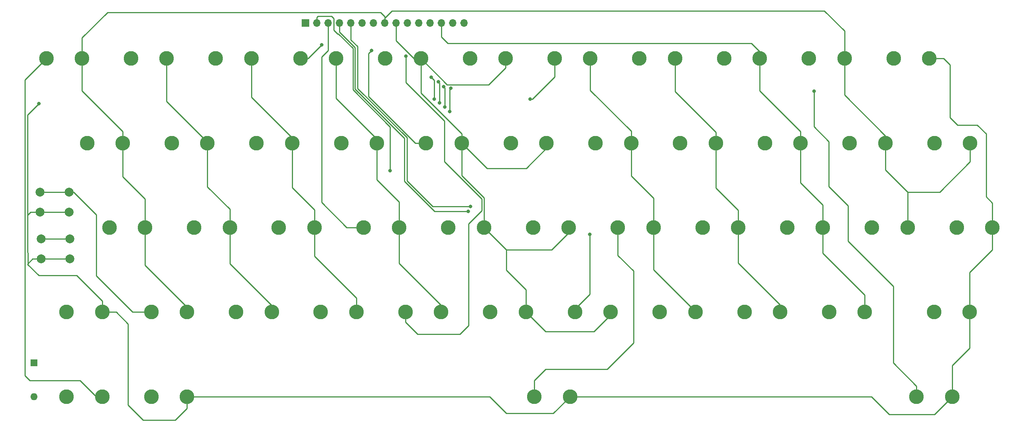
<source format=gbr>
G04 #@! TF.GenerationSoftware,KiCad,Pcbnew,(5.1.5)-2*
G04 #@! TF.CreationDate,2020-04-02T11:08:13+02:00*
G04 #@! TF.ProjectId,TI-99_kbd,54492d39-395f-46b6-9264-2e6b69636164,rev?*
G04 #@! TF.SameCoordinates,Original*
G04 #@! TF.FileFunction,Copper,L1,Top*
G04 #@! TF.FilePolarity,Positive*
%FSLAX46Y46*%
G04 Gerber Fmt 4.6, Leading zero omitted, Abs format (unit mm)*
G04 Created by KiCad (PCBNEW (5.1.5)-2) date 2020-04-02 11:08:13*
%MOMM*%
%LPD*%
G04 APERTURE LIST*
%ADD10C,3.300000*%
%ADD11O,1.600000X1.600000*%
%ADD12R,1.600000X1.600000*%
%ADD13O,1.700000X1.700000*%
%ADD14R,1.700000X1.700000*%
%ADD15C,2.000000*%
%ADD16C,0.800000*%
%ADD17C,0.250000*%
G04 APERTURE END LIST*
D10*
X77260000Y-129180000D03*
X69260000Y-129180000D03*
X78860000Y-110180000D03*
X86860000Y-110180000D03*
D11*
X42990000Y-148190000D03*
D12*
X42990000Y-140570000D03*
D13*
X139420000Y-64180000D03*
X136880000Y-64180000D03*
X134340000Y-64180000D03*
X131800000Y-64180000D03*
X129260000Y-64180000D03*
X126720000Y-64180000D03*
X124180000Y-64180000D03*
X121640000Y-64180000D03*
X119100000Y-64180000D03*
X116560000Y-64180000D03*
X114020000Y-64180000D03*
X111480000Y-64180000D03*
X108940000Y-64180000D03*
X106400000Y-64180000D03*
D14*
X103860000Y-64180000D03*
D10*
X45710000Y-72180000D03*
X53710000Y-72180000D03*
X64710000Y-72180000D03*
X72710000Y-72180000D03*
X83710000Y-72180000D03*
X91710000Y-72180000D03*
X102710000Y-72180000D03*
X110710000Y-72180000D03*
X121710000Y-72180000D03*
X129710000Y-72180000D03*
X140710000Y-72180000D03*
X148710000Y-72180000D03*
X159710000Y-72180000D03*
X167710000Y-72180000D03*
X178710000Y-72180000D03*
X186710000Y-72180000D03*
X197710000Y-72180000D03*
X205710000Y-72180000D03*
X216710000Y-72180000D03*
X224710000Y-72180000D03*
X243710000Y-72180000D03*
X235710000Y-72180000D03*
X62860000Y-91180000D03*
X54860000Y-91180000D03*
X81860000Y-91180000D03*
X73860000Y-91180000D03*
X100860000Y-91180000D03*
X92860000Y-91180000D03*
X119860000Y-91180000D03*
X111860000Y-91180000D03*
X138860000Y-91180000D03*
X130860000Y-91180000D03*
X157860000Y-91180000D03*
X149860000Y-91180000D03*
X168860000Y-91180000D03*
X176860000Y-91180000D03*
X195860000Y-91180000D03*
X187860000Y-91180000D03*
X214860000Y-91180000D03*
X206860000Y-91180000D03*
X233860000Y-91180000D03*
X225860000Y-91180000D03*
X252860000Y-91180000D03*
X244860000Y-91180000D03*
X59860000Y-110180000D03*
X67860000Y-110180000D03*
X97860000Y-110180000D03*
X105860000Y-110180000D03*
X116860000Y-110180000D03*
X124860000Y-110180000D03*
X135860000Y-110180000D03*
X143860000Y-110180000D03*
X154860000Y-110180000D03*
X162860000Y-110180000D03*
X181860000Y-110180000D03*
X173860000Y-110180000D03*
X192860000Y-110180000D03*
X200860000Y-110180000D03*
X211860000Y-110180000D03*
X219860000Y-110180000D03*
X230860000Y-110180000D03*
X238860000Y-110180000D03*
X257860000Y-110180000D03*
X249860000Y-110180000D03*
X50260000Y-129180000D03*
X58260000Y-129180000D03*
X96260000Y-129180000D03*
X88260000Y-129180000D03*
X115260000Y-129180000D03*
X107260000Y-129180000D03*
X134260000Y-129180000D03*
X126260000Y-129180000D03*
X153260000Y-129180000D03*
X145260000Y-129180000D03*
X172260000Y-129180000D03*
X164260000Y-129180000D03*
X191270000Y-129180000D03*
X183270000Y-129180000D03*
X210260000Y-129180000D03*
X202260000Y-129180000D03*
X229260000Y-129180000D03*
X221260000Y-129180000D03*
X252760000Y-129180000D03*
X244760000Y-129180000D03*
X58260000Y-148180000D03*
X50260000Y-148180000D03*
X77260000Y-148180000D03*
X69260000Y-148180000D03*
X155160000Y-148180000D03*
X163160000Y-148180000D03*
X240860000Y-148180000D03*
X248860000Y-148180000D03*
D15*
X44310000Y-106720000D03*
X44310000Y-102220000D03*
X50810000Y-106720000D03*
X50810000Y-102220000D03*
X51030000Y-112750000D03*
X51030000Y-117250000D03*
X44530000Y-112750000D03*
X44530000Y-117250000D03*
D16*
X136420000Y-78840000D03*
X136210000Y-84140000D03*
X134860000Y-78530000D03*
X135060000Y-83100000D03*
X133610000Y-77390000D03*
X133920000Y-82170000D03*
X44080000Y-82360000D03*
X132670000Y-81320000D03*
X132050000Y-76430000D03*
X126370000Y-71690000D03*
X118610000Y-70410000D03*
X217850000Y-79570000D03*
X107510000Y-69130000D03*
X140850000Y-105450000D03*
X167570000Y-111700000D03*
X140340000Y-106570000D03*
X154170000Y-81340000D03*
X122820000Y-97420000D03*
D17*
X191270000Y-129180000D02*
X191270000Y-129080000D01*
X181860000Y-119670000D02*
X181860000Y-110180000D01*
X191270000Y-129080000D02*
X181860000Y-119670000D01*
X181860000Y-110180000D02*
X181860000Y-103560000D01*
X176860000Y-98560000D02*
X176860000Y-91180000D01*
X181860000Y-103560000D02*
X176860000Y-98560000D01*
X176860000Y-91180000D02*
X176860000Y-88530000D01*
X167710000Y-79380000D02*
X167710000Y-72180000D01*
X176860000Y-88530000D02*
X167710000Y-79380000D01*
X134260000Y-129180000D02*
X134260000Y-127590000D01*
X124860000Y-118190000D02*
X124860000Y-110180000D01*
X134260000Y-127590000D02*
X124860000Y-118190000D01*
X124860000Y-110180000D02*
X124860000Y-104400000D01*
X119860000Y-99400000D02*
X119860000Y-91180000D01*
X124860000Y-104400000D02*
X119860000Y-99400000D01*
X119860000Y-91180000D02*
X119860000Y-90310000D01*
X110710000Y-81160000D02*
X110710000Y-72180000D01*
X119860000Y-90310000D02*
X110710000Y-81160000D01*
X136420000Y-78840000D02*
X136210000Y-79050000D01*
X136210000Y-79050000D02*
X136210000Y-84140000D01*
X210260000Y-129180000D02*
X210260000Y-127580000D01*
X200860000Y-118180000D02*
X200860000Y-110180000D01*
X210260000Y-127580000D02*
X200860000Y-118180000D01*
X200860000Y-110180000D02*
X200860000Y-106320000D01*
X195860000Y-101320000D02*
X195860000Y-91180000D01*
X200860000Y-106320000D02*
X195860000Y-101320000D01*
X195860000Y-91180000D02*
X195860000Y-88730000D01*
X186710000Y-79580000D02*
X186710000Y-72180000D01*
X195860000Y-88730000D02*
X186710000Y-79580000D01*
X115260000Y-129180000D02*
X115260000Y-126050000D01*
X105860000Y-116650000D02*
X105860000Y-110180000D01*
X115260000Y-126050000D02*
X105860000Y-116650000D01*
X105860000Y-110180000D02*
X105860000Y-106230000D01*
X100860000Y-101230000D02*
X100860000Y-91180000D01*
X105860000Y-106230000D02*
X100860000Y-101230000D01*
X100860000Y-91180000D02*
X100860000Y-90050000D01*
X91710000Y-80900000D02*
X91710000Y-72180000D01*
X100860000Y-90050000D02*
X91710000Y-80900000D01*
X134860000Y-78530000D02*
X135060000Y-78730000D01*
X135060000Y-78730000D02*
X135060000Y-83100000D01*
X229260000Y-129180000D02*
X229260000Y-125350000D01*
X219860000Y-115950000D02*
X219860000Y-110180000D01*
X229260000Y-125350000D02*
X219860000Y-115950000D01*
X219860000Y-110180000D02*
X219860000Y-105070000D01*
X214860000Y-100070000D02*
X214860000Y-91180000D01*
X219860000Y-105070000D02*
X214860000Y-100070000D01*
X214860000Y-91180000D02*
X214860000Y-88630000D01*
X205710000Y-79480000D02*
X205710000Y-72180000D01*
X214860000Y-88630000D02*
X205710000Y-79480000D01*
X96260000Y-129180000D02*
X96260000Y-127740000D01*
X86860000Y-118340000D02*
X86860000Y-110180000D01*
X96260000Y-127740000D02*
X86860000Y-118340000D01*
X86860000Y-110180000D02*
X86860000Y-106060000D01*
X81860000Y-101060000D02*
X81860000Y-91180000D01*
X86860000Y-106060000D02*
X81860000Y-101060000D01*
X81860000Y-91180000D02*
X81860000Y-90940000D01*
X72710000Y-81790000D02*
X72710000Y-72180000D01*
X81860000Y-90940000D02*
X72710000Y-81790000D01*
X133610000Y-77390000D02*
X133920000Y-77700000D01*
X133920000Y-77700000D02*
X133920000Y-82170000D01*
X205710000Y-72180000D02*
X205710000Y-70680000D01*
X205710000Y-70680000D02*
X203810000Y-68780000D01*
X203810000Y-68780000D02*
X135740000Y-68780000D01*
X134340000Y-67380000D02*
X134340000Y-64180000D01*
X135740000Y-68780000D02*
X134340000Y-67380000D01*
X77260000Y-148180000D02*
X145160000Y-148180000D01*
X145160000Y-148180000D02*
X148910000Y-151930000D01*
X159410000Y-151930000D02*
X163160000Y-148180000D01*
X148910000Y-151930000D02*
X159410000Y-151930000D01*
X163160000Y-148180000D02*
X230770000Y-148180000D01*
X230770000Y-148180000D02*
X234760000Y-152170000D01*
X244870000Y-152170000D02*
X248860000Y-148180000D01*
X234760000Y-152170000D02*
X244870000Y-152170000D01*
X248860000Y-148180000D02*
X248860000Y-141140000D01*
X252760000Y-137240000D02*
X252760000Y-129180000D01*
X248860000Y-141140000D02*
X252760000Y-137240000D01*
X252760000Y-129180000D02*
X252760000Y-120280000D01*
X257860000Y-115180000D02*
X257860000Y-110180000D01*
X252760000Y-120280000D02*
X257860000Y-115180000D01*
X257860000Y-110180000D02*
X257860000Y-104640000D01*
X257860000Y-104640000D02*
X256480000Y-103260000D01*
X256480000Y-103260000D02*
X256480000Y-89130000D01*
X256480000Y-89130000D02*
X254480000Y-87130000D01*
X254480000Y-87130000D02*
X250010000Y-87130000D01*
X250010000Y-87130000D02*
X248350000Y-85470000D01*
X248350000Y-85470000D02*
X248350000Y-73580000D01*
X246950000Y-72180000D02*
X243710000Y-72180000D01*
X248350000Y-73580000D02*
X246950000Y-72180000D01*
X77260000Y-148180000D02*
X77260000Y-150860000D01*
X77260000Y-150860000D02*
X74650000Y-153470000D01*
X74650000Y-153470000D02*
X67440000Y-153470000D01*
X67440000Y-153470000D02*
X64050000Y-150080000D01*
X64050000Y-150080000D02*
X64050000Y-131850000D01*
X61380000Y-129180000D02*
X58260000Y-129180000D01*
X64050000Y-131850000D02*
X61380000Y-129180000D01*
X58260000Y-129180000D02*
X58260000Y-126700000D01*
X58260000Y-126700000D02*
X52520000Y-120960000D01*
X52520000Y-120960000D02*
X44040000Y-120960000D01*
X44040000Y-120960000D02*
X41550000Y-118470000D01*
X77260000Y-148180000D02*
X77260000Y-147820000D01*
X41550000Y-84890000D02*
X44080000Y-82360000D01*
X132670000Y-81320000D02*
X132670000Y-77050000D01*
X132670000Y-77050000D02*
X132050000Y-76430000D01*
X44560000Y-106970000D02*
X44310000Y-106720000D01*
X44310000Y-106720000D02*
X50810000Y-106720000D01*
X51060000Y-112720000D02*
X44560000Y-112720000D01*
X126260000Y-129180000D02*
X126260000Y-131460000D01*
X126260000Y-131460000D02*
X128970000Y-134170000D01*
X128970000Y-134170000D02*
X138480000Y-134170000D01*
X138480000Y-134170000D02*
X140450000Y-132200000D01*
X140450000Y-132200000D02*
X140450000Y-109300000D01*
X140450000Y-109300000D02*
X143390000Y-106360000D01*
X143390000Y-106360000D02*
X143390000Y-103770000D01*
X143390000Y-103770000D02*
X134990000Y-95370000D01*
X134990000Y-95370000D02*
X134990000Y-86210000D01*
X134990000Y-86210000D02*
X126370000Y-77590000D01*
X126370000Y-77590000D02*
X126370000Y-71690000D01*
X44310000Y-102220000D02*
X50810000Y-102220000D01*
X50810000Y-102220000D02*
X51810000Y-102220000D01*
X51810000Y-102220000D02*
X56900000Y-107310000D01*
X56900000Y-107310000D02*
X56900000Y-121050000D01*
X65030000Y-129180000D02*
X69260000Y-129180000D01*
X56900000Y-121050000D02*
X65030000Y-129180000D01*
X118610000Y-70410000D02*
X117980000Y-71040000D01*
X117980000Y-71040000D02*
X117980000Y-80730000D01*
X128430000Y-91180000D02*
X130860000Y-91180000D01*
X117980000Y-80730000D02*
X128430000Y-91180000D01*
X172260000Y-129180000D02*
X172260000Y-129790000D01*
X172260000Y-129790000D02*
X168480000Y-133570000D01*
X157650000Y-133570000D02*
X153260000Y-129180000D01*
X168480000Y-133570000D02*
X157650000Y-133570000D01*
X162860000Y-110180000D02*
X162860000Y-111360000D01*
X162860000Y-111360000D02*
X159020000Y-115200000D01*
X148880000Y-115200000D02*
X143860000Y-110180000D01*
X159020000Y-115200000D02*
X148880000Y-115200000D01*
X153260000Y-129180000D02*
X153260000Y-124140000D01*
X148880000Y-119760000D02*
X148880000Y-115200000D01*
X153260000Y-124140000D02*
X148880000Y-119760000D01*
X143860000Y-110180000D02*
X143860000Y-103510000D01*
X138860000Y-98510000D02*
X138860000Y-91180000D01*
X143860000Y-103510000D02*
X138860000Y-98510000D01*
X157860000Y-91180000D02*
X157860000Y-92320000D01*
X157860000Y-92320000D02*
X153330000Y-96850000D01*
X144530000Y-96850000D02*
X138860000Y-91180000D01*
X153330000Y-96850000D02*
X144530000Y-96850000D01*
X138860000Y-91180000D02*
X138860000Y-89140000D01*
X129710000Y-79990000D02*
X129710000Y-72180000D01*
X138860000Y-89140000D02*
X129710000Y-79990000D01*
X148710000Y-72180000D02*
X148710000Y-74310000D01*
X148710000Y-74310000D02*
X144930000Y-78090000D01*
X135620000Y-78090000D02*
X129710000Y-72180000D01*
X144930000Y-78090000D02*
X135620000Y-78090000D01*
X124180000Y-64180000D02*
X124180000Y-68190000D01*
X128170000Y-72180000D02*
X129710000Y-72180000D01*
X124180000Y-68190000D02*
X128170000Y-72180000D01*
X238860000Y-110180000D02*
X238860000Y-102190000D01*
X233860000Y-97190000D02*
X233860000Y-91180000D01*
X238860000Y-102190000D02*
X233860000Y-97190000D01*
X233860000Y-91180000D02*
X233860000Y-89570000D01*
X224710000Y-80420000D02*
X224710000Y-72180000D01*
X233860000Y-89570000D02*
X224710000Y-80420000D01*
X77260000Y-129180000D02*
X77260000Y-128040000D01*
X67860000Y-118640000D02*
X67860000Y-110180000D01*
X77260000Y-128040000D02*
X67860000Y-118640000D01*
X67860000Y-110180000D02*
X67860000Y-103720000D01*
X62860000Y-98720000D02*
X62860000Y-91180000D01*
X67860000Y-103720000D02*
X62860000Y-98720000D01*
X62860000Y-91180000D02*
X62860000Y-88580000D01*
X53710000Y-79430000D02*
X53710000Y-72180000D01*
X62860000Y-88580000D02*
X53710000Y-79430000D01*
X238860000Y-102190000D02*
X246050000Y-102190000D01*
X252860000Y-95380000D02*
X252860000Y-91180000D01*
X246050000Y-102190000D02*
X252860000Y-95380000D01*
X121640000Y-64180000D02*
X121640000Y-62760000D01*
X121640000Y-62760000D02*
X120690000Y-61810000D01*
X120690000Y-61810000D02*
X59450000Y-61810000D01*
X53710000Y-67550000D02*
X53710000Y-72180000D01*
X59450000Y-61810000D02*
X53710000Y-67550000D01*
X121640000Y-64180000D02*
X121640000Y-63070000D01*
X121640000Y-63070000D02*
X123240000Y-61470000D01*
X123240000Y-61470000D02*
X220160000Y-61470000D01*
X224710000Y-66020000D02*
X224710000Y-72180000D01*
X220160000Y-61470000D02*
X224710000Y-66020000D01*
X58260000Y-148180000D02*
X56900000Y-148180000D01*
X56900000Y-148180000D02*
X53280000Y-144560000D01*
X53280000Y-144560000D02*
X42030000Y-144560000D01*
X42030000Y-144560000D02*
X40930000Y-143460000D01*
X40930000Y-76960000D02*
X45710000Y-72180000D01*
X40930000Y-143460000D02*
X40930000Y-76960000D01*
X217850000Y-79570000D02*
X217850000Y-87520000D01*
X217850000Y-87520000D02*
X221180000Y-90850000D01*
X221180000Y-90850000D02*
X221180000Y-100970000D01*
X221180000Y-100970000D02*
X225520000Y-105310000D01*
X225520000Y-105310000D02*
X225520000Y-113260000D01*
X225520000Y-113260000D02*
X235640000Y-123380000D01*
X235640000Y-123380000D02*
X235640000Y-140590000D01*
X240860000Y-145810000D02*
X240860000Y-148180000D01*
X235640000Y-140590000D02*
X240860000Y-145810000D01*
X102710000Y-72180000D02*
X104460000Y-72180000D01*
X104460000Y-72180000D02*
X107510000Y-69130000D01*
X167570000Y-111700000D02*
X167570000Y-125140000D01*
X164260000Y-128450000D02*
X164260000Y-129180000D01*
X167570000Y-125140000D02*
X164260000Y-128450000D01*
X132370000Y-105450000D02*
X140850000Y-105450000D01*
X126570000Y-99650000D02*
X132370000Y-105450000D01*
X114020000Y-68010000D02*
X115490000Y-69480000D01*
X126570000Y-89980000D02*
X126570000Y-99650000D01*
X114020000Y-64180000D02*
X114020000Y-68010000D01*
X115490000Y-69480000D02*
X115490000Y-78900000D01*
X115490000Y-78900000D02*
X126570000Y-89980000D01*
X155160000Y-148180000D02*
X155160000Y-144570000D01*
X155160000Y-144570000D02*
X157700000Y-142030000D01*
X157700000Y-142030000D02*
X171450000Y-142030000D01*
X171450000Y-142030000D02*
X177370000Y-136110000D01*
X177370000Y-136110000D02*
X177370000Y-119920000D01*
X173860000Y-116410000D02*
X173860000Y-110180000D01*
X177370000Y-119920000D02*
X173860000Y-116410000D01*
X111480000Y-64180000D02*
X111480000Y-66240000D01*
X111480000Y-66240000D02*
X114910000Y-69670000D01*
X114910000Y-69670000D02*
X114910000Y-79000000D01*
X114910000Y-79000000D02*
X126040000Y-90130000D01*
X126040000Y-90130000D02*
X126040000Y-99800000D01*
X126040000Y-99800000D02*
X132810000Y-106570000D01*
X132810000Y-106570000D02*
X140340000Y-106570000D01*
X59860000Y-110180000D02*
X59860000Y-111110000D01*
X108940000Y-64180000D02*
X108940000Y-70360000D01*
X108940000Y-70360000D02*
X107440000Y-71860000D01*
X107440000Y-71860000D02*
X107440000Y-104530000D01*
X113090000Y-110180000D02*
X116860000Y-110180000D01*
X107440000Y-104530000D02*
X113090000Y-110180000D01*
X154170000Y-81340000D02*
X154700000Y-81340000D01*
X159710000Y-76330000D02*
X159710000Y-72180000D01*
X154700000Y-81340000D02*
X159710000Y-76330000D01*
X44560000Y-117220000D02*
X51060000Y-117220000D01*
X42660000Y-117250000D02*
X41570000Y-118340000D01*
X44530000Y-117250000D02*
X42660000Y-117250000D01*
X41550000Y-118470000D02*
X41570000Y-118340000D01*
X41570000Y-118340000D02*
X41550000Y-113310000D01*
X42220000Y-106720000D02*
X41550000Y-107390000D01*
X44310000Y-106720000D02*
X42220000Y-106720000D01*
X41550000Y-113310000D02*
X41550000Y-107390000D01*
X41550000Y-107390000D02*
X41550000Y-84890000D01*
X122820000Y-97420000D02*
X122820000Y-87546410D01*
X122820000Y-87546410D02*
X114459990Y-79186400D01*
X114459990Y-79186400D02*
X114459990Y-69856400D01*
X114459990Y-69856400D02*
X111233590Y-66630000D01*
X111233590Y-66630000D02*
X110990000Y-66630000D01*
X110990000Y-66630000D02*
X110210000Y-65850000D01*
X110210000Y-65850000D02*
X110210000Y-63200000D01*
X110210000Y-63200000D02*
X109710000Y-62700000D01*
X109710000Y-62700000D02*
X106610000Y-62700000D01*
X106400000Y-62910000D02*
X106400000Y-64180000D01*
X106610000Y-62700000D02*
X106400000Y-62910000D01*
M02*

</source>
